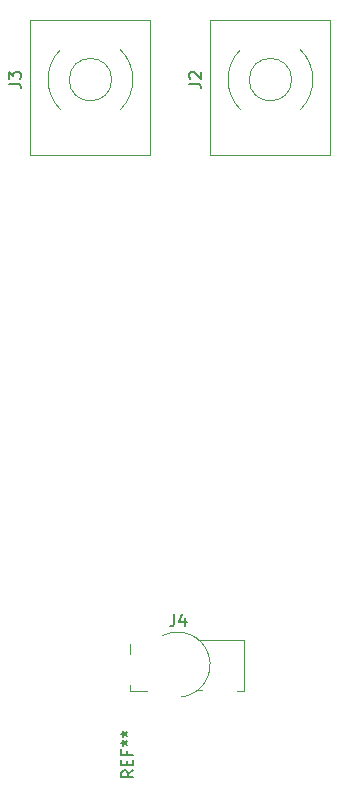
<source format=gbr>
%TF.GenerationSoftware,KiCad,Pcbnew,(5.1.10)-1*%
%TF.CreationDate,2022-02-04T18:44:23-05:00*%
%TF.ProjectId,BIGRIG_OUTPUT,42494752-4947-45f4-9f55-545055542e6b,rev?*%
%TF.SameCoordinates,Original*%
%TF.FileFunction,Legend,Top*%
%TF.FilePolarity,Positive*%
%FSLAX46Y46*%
G04 Gerber Fmt 4.6, Leading zero omitted, Abs format (unit mm)*
G04 Created by KiCad (PCBNEW (5.1.10)-1) date 2022-02-04 18:44:23*
%MOMM*%
%LPD*%
G01*
G04 APERTURE LIST*
%ADD10C,0.120000*%
%ADD11C,0.150000*%
G04 APERTURE END LIST*
D10*
%TO.C,J2*%
X57785000Y-33655000D02*
X57785000Y-45085000D01*
X67945000Y-33655000D02*
X57785000Y-33655000D01*
X67945000Y-45085000D02*
X67945000Y-33655000D01*
X57785000Y-45085000D02*
X67945000Y-45085000D01*
X64661051Y-38735000D02*
G75*
G03*
X64661051Y-38735000I-1796051J0D01*
G01*
X60325001Y-41274999D02*
G75*
G02*
X60325001Y-36195001I2539999J2539999D01*
G01*
X65404999Y-36195001D02*
G75*
G02*
X65404999Y-41274999I-2539999J-2539999D01*
G01*
%TO.C,J3*%
X49421051Y-38735000D02*
G75*
G03*
X49421051Y-38735000I-1796051J0D01*
G01*
X42545000Y-45085000D02*
X52705000Y-45085000D01*
X52705000Y-45085000D02*
X52705000Y-33655000D01*
X52705000Y-33655000D02*
X42545000Y-33655000D01*
X42545000Y-33655000D02*
X42545000Y-45085000D01*
X50164999Y-36195001D02*
G75*
G02*
X50164999Y-41274999I-2539999J-2539999D01*
G01*
X45085001Y-41274999D02*
G75*
G02*
X45085001Y-36195001I2539999J2539999D01*
G01*
%TO.C,J4*%
X50951240Y-87365840D02*
X50951240Y-86553040D01*
X50936000Y-90505280D02*
X52378720Y-90505280D01*
X50936000Y-90027760D02*
X50936000Y-90505280D01*
X57062480Y-90408760D02*
X56727200Y-90398600D01*
X60608320Y-90464640D02*
X60019040Y-90464640D01*
X60608320Y-86217760D02*
X60608320Y-90464640D01*
X56879600Y-86217760D02*
X60608320Y-86217760D01*
X53725024Y-85817045D02*
G75*
G02*
X55304800Y-91008200I1274976J-2447955D01*
G01*
%TO.C,REF\u002A\u002A*%
D11*
X51252380Y-97218333D02*
X50776190Y-97551666D01*
X51252380Y-97789761D02*
X50252380Y-97789761D01*
X50252380Y-97408809D01*
X50300000Y-97313571D01*
X50347619Y-97265952D01*
X50442857Y-97218333D01*
X50585714Y-97218333D01*
X50680952Y-97265952D01*
X50728571Y-97313571D01*
X50776190Y-97408809D01*
X50776190Y-97789761D01*
X50728571Y-96789761D02*
X50728571Y-96456428D01*
X51252380Y-96313571D02*
X51252380Y-96789761D01*
X50252380Y-96789761D01*
X50252380Y-96313571D01*
X50728571Y-95551666D02*
X50728571Y-95885000D01*
X51252380Y-95885000D02*
X50252380Y-95885000D01*
X50252380Y-95408809D01*
X50252380Y-94885000D02*
X50490476Y-94885000D01*
X50395238Y-95123095D02*
X50490476Y-94885000D01*
X50395238Y-94646904D01*
X50680952Y-95027857D02*
X50490476Y-94885000D01*
X50680952Y-94742142D01*
X50252380Y-94123095D02*
X50490476Y-94123095D01*
X50395238Y-94361190D02*
X50490476Y-94123095D01*
X50395238Y-93885000D01*
X50680952Y-94265952D02*
X50490476Y-94123095D01*
X50680952Y-93980238D01*
%TO.C,J2*%
X55967380Y-39068333D02*
X56681666Y-39068333D01*
X56824523Y-39115952D01*
X56919761Y-39211190D01*
X56967380Y-39354047D01*
X56967380Y-39449285D01*
X56062619Y-38639761D02*
X56015000Y-38592142D01*
X55967380Y-38496904D01*
X55967380Y-38258809D01*
X56015000Y-38163571D01*
X56062619Y-38115952D01*
X56157857Y-38068333D01*
X56253095Y-38068333D01*
X56395952Y-38115952D01*
X56967380Y-38687380D01*
X56967380Y-38068333D01*
%TO.C,J3*%
X40727380Y-39068333D02*
X41441666Y-39068333D01*
X41584523Y-39115952D01*
X41679761Y-39211190D01*
X41727380Y-39354047D01*
X41727380Y-39449285D01*
X40727380Y-38687380D02*
X40727380Y-38068333D01*
X41108333Y-38401666D01*
X41108333Y-38258809D01*
X41155952Y-38163571D01*
X41203571Y-38115952D01*
X41298809Y-38068333D01*
X41536904Y-38068333D01*
X41632142Y-38115952D01*
X41679761Y-38163571D01*
X41727380Y-38258809D01*
X41727380Y-38544523D01*
X41679761Y-38639761D01*
X41632142Y-38687380D01*
%TO.C,J4*%
X54717466Y-84008980D02*
X54717466Y-84723266D01*
X54669847Y-84866123D01*
X54574609Y-84961361D01*
X54431752Y-85008980D01*
X54336514Y-85008980D01*
X55622228Y-84342314D02*
X55622228Y-85008980D01*
X55384133Y-83961361D02*
X55146038Y-84675647D01*
X55765085Y-84675647D01*
%TD*%
M02*

</source>
